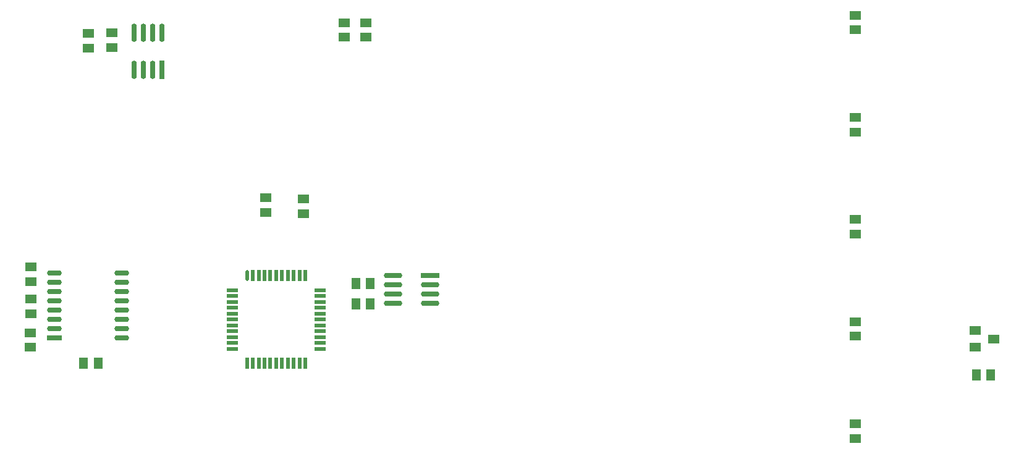
<source format=gbp>
%FSLAX43Y43*%
%MOMM*%
G71*
G01*
G75*
G04 Layer_Color=128*
%ADD10C,0.348*%
%ADD11C,0.599*%
%ADD12C,0.350*%
%ADD13C,0.600*%
%ADD14C,2.000*%
%ADD15C,2.500*%
%ADD16C,1.800*%
%ADD17R,1.800X1.800*%
%ADD18C,3.000*%
%ADD19R,1.700X1.700*%
%ADD20C,1.700*%
%ADD21C,1.600*%
%ADD22R,1.900X1.900*%
%ADD23C,1.900*%
%ADD24R,1.700X1.700*%
%ADD25R,1.800X1.800*%
%ADD26R,2.000X2.000*%
%ADD27C,1.500*%
%ADD28C,1.400*%
%ADD29C,1.575*%
%ADD30C,1.100*%
%ADD31C,1.100*%
%ADD32R,1.600X1.300*%
%ADD33R,1.300X1.600*%
%ADD34R,1.600X1.200*%
%ADD35O,0.750X2.500*%
%ADD36R,0.750X2.500*%
%ADD37O,2.500X0.750*%
%ADD38R,2.500X0.750*%
%ADD39R,0.500X1.500*%
%ADD40R,1.500X0.500*%
%ADD41O,0.500X1.500*%
%ADD42O,2.000X0.750*%
%ADD43R,2.000X0.750*%
%ADD44C,0.381*%
%ADD45C,0.500*%
%ADD46C,0.254*%
%ADD47C,0.127*%
%ADD48C,0.420*%
%ADD49C,2.203*%
%ADD50C,2.703*%
%ADD51C,2.003*%
%ADD52R,2.003X2.003*%
%ADD53C,3.203*%
%ADD54R,1.903X1.903*%
%ADD55C,1.903*%
%ADD56C,1.803*%
%ADD57R,2.103X2.103*%
%ADD58C,2.103*%
%ADD59R,1.903X1.903*%
%ADD60R,2.003X2.003*%
%ADD61R,2.203X2.203*%
%ADD62C,1.703*%
%ADD63C,1.603*%
%ADD64C,1.778*%
%ADD65R,1.803X1.503*%
%ADD66R,1.503X1.803*%
%ADD67R,1.803X1.403*%
%ADD68O,0.953X2.703*%
%ADD69R,0.953X2.703*%
%ADD70O,2.703X0.953*%
%ADD71R,2.703X0.953*%
%ADD72R,0.703X1.703*%
%ADD73R,1.703X0.703*%
%ADD74O,0.703X1.703*%
%ADD75O,2.203X0.953*%
%ADD76R,2.203X0.953*%
D32*
X111000Y59000D02*
D03*
Y57000D02*
D03*
Y45000D02*
D03*
Y43000D02*
D03*
Y31000D02*
D03*
Y29000D02*
D03*
Y17000D02*
D03*
Y15000D02*
D03*
Y3000D02*
D03*
Y1000D02*
D03*
X41000Y58000D02*
D03*
Y56000D02*
D03*
X-2000Y13500D02*
D03*
Y15500D02*
D03*
X-1900Y22500D02*
D03*
Y24500D02*
D03*
Y20100D02*
D03*
X-1900Y18100D02*
D03*
X30300Y32000D02*
D03*
Y34000D02*
D03*
X35400Y31800D02*
D03*
Y33800D02*
D03*
X44000Y56000D02*
D03*
Y58000D02*
D03*
X6000Y56500D02*
D03*
Y54500D02*
D03*
X9200Y56600D02*
D03*
X9200Y54600D02*
D03*
D33*
X7300Y11300D02*
D03*
X5300D02*
D03*
X42600Y22200D02*
D03*
X44600D02*
D03*
X42600Y19400D02*
D03*
X44600D02*
D03*
X129600Y9700D02*
D03*
X127600D02*
D03*
D34*
X127500Y13500D02*
D03*
X130000Y14650D02*
D03*
X127500Y15800D02*
D03*
D35*
X13460Y56580D02*
D03*
X14730Y51500D02*
D03*
X16000Y56580D02*
D03*
X14730Y56580D02*
D03*
X12190Y56580D02*
D03*
X13460Y51500D02*
D03*
X12190Y51500D02*
D03*
D36*
X16000Y51500D02*
D03*
D37*
X47720Y23300D02*
D03*
Y19490D02*
D03*
Y20760D02*
D03*
X52800Y22030D02*
D03*
Y20760D02*
D03*
Y19490D02*
D03*
X47720Y22030D02*
D03*
D38*
X52800Y23300D02*
D03*
D39*
X33300Y23300D02*
D03*
X32500D02*
D03*
X30900Y23300D02*
D03*
X30900Y11300D02*
D03*
X32500D02*
D03*
X34900Y23300D02*
D03*
X29300Y23300D02*
D03*
X35700Y23300D02*
D03*
X34100Y23300D02*
D03*
X30100D02*
D03*
X28500D02*
D03*
X31700Y23300D02*
D03*
Y11300D02*
D03*
X33300Y11300D02*
D03*
X34100D02*
D03*
X34900D02*
D03*
X35700Y11300D02*
D03*
X29300Y11300D02*
D03*
X30100Y11300D02*
D03*
X27700D02*
D03*
X28500Y11300D02*
D03*
D40*
X25700Y16500D02*
D03*
X37700Y17300D02*
D03*
Y21300D02*
D03*
X25700Y18900D02*
D03*
X25700Y18100D02*
D03*
X37700Y19700D02*
D03*
X25700Y17300D02*
D03*
X37700Y16500D02*
D03*
Y18100D02*
D03*
Y18900D02*
D03*
X37700Y13300D02*
D03*
X37700Y14100D02*
D03*
X37700Y14900D02*
D03*
X37700Y15700D02*
D03*
Y20500D02*
D03*
X25700Y13300D02*
D03*
X25700Y14100D02*
D03*
Y14900D02*
D03*
Y15700D02*
D03*
Y19700D02*
D03*
X25700Y20500D02*
D03*
X25700Y21300D02*
D03*
D41*
X27700Y23300D02*
D03*
D42*
X10500Y14800D02*
D03*
X10500Y22420D02*
D03*
X10500Y21150D02*
D03*
Y23690D02*
D03*
X10500Y19880D02*
D03*
Y18610D02*
D03*
X1300Y23690D02*
D03*
Y21150D02*
D03*
X1300Y19880D02*
D03*
Y18610D02*
D03*
Y22420D02*
D03*
X10500Y17340D02*
D03*
X1300Y16070D02*
D03*
X1300Y17340D02*
D03*
X10500Y16070D02*
D03*
D43*
X1300Y14800D02*
D03*
M02*

</source>
